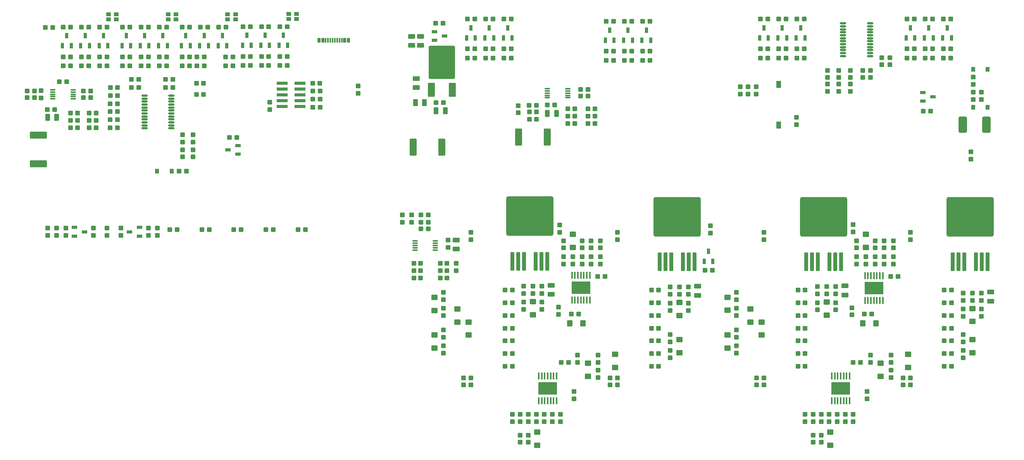
<source format=gbp>
G04*
G04 #@! TF.GenerationSoftware,Altium Limited,Altium Designer,24.3.1 (35)*
G04*
G04 Layer_Color=128*
%FSLAX25Y25*%
%MOIN*%
G70*
G04*
G04 #@! TF.SameCoordinates,03FD84D8-87D8-4BCB-B200-23DCDFDCD728*
G04*
G04*
G04 #@! TF.FilePolarity,Positive*
G04*
G01*
G75*
G04:AMPARAMS|DCode=19|XSize=39.37mil|YSize=37.4mil|CornerRadius=4.68mil|HoleSize=0mil|Usage=FLASHONLY|Rotation=270.000|XOffset=0mil|YOffset=0mil|HoleType=Round|Shape=RoundedRectangle|*
%AMROUNDEDRECTD19*
21,1,0.03937,0.02805,0,0,270.0*
21,1,0.03002,0.03740,0,0,270.0*
1,1,0.00935,-0.01403,-0.01501*
1,1,0.00935,-0.01403,0.01501*
1,1,0.00935,0.01403,0.01501*
1,1,0.00935,0.01403,-0.01501*
%
%ADD19ROUNDEDRECTD19*%
G04:AMPARAMS|DCode=20|XSize=39.37mil|YSize=39.37mil|CornerRadius=4.92mil|HoleSize=0mil|Usage=FLASHONLY|Rotation=90.000|XOffset=0mil|YOffset=0mil|HoleType=Round|Shape=RoundedRectangle|*
%AMROUNDEDRECTD20*
21,1,0.03937,0.02953,0,0,90.0*
21,1,0.02953,0.03937,0,0,90.0*
1,1,0.00984,0.01476,0.01476*
1,1,0.00984,0.01476,-0.01476*
1,1,0.00984,-0.01476,-0.01476*
1,1,0.00984,-0.01476,0.01476*
%
%ADD20ROUNDEDRECTD20*%
G04:AMPARAMS|DCode=24|XSize=39.37mil|YSize=39.37mil|CornerRadius=4.92mil|HoleSize=0mil|Usage=FLASHONLY|Rotation=0.000|XOffset=0mil|YOffset=0mil|HoleType=Round|Shape=RoundedRectangle|*
%AMROUNDEDRECTD24*
21,1,0.03937,0.02953,0,0,0.0*
21,1,0.02953,0.03937,0,0,0.0*
1,1,0.00984,0.01476,-0.01476*
1,1,0.00984,-0.01476,-0.01476*
1,1,0.00984,-0.01476,0.01476*
1,1,0.00984,0.01476,0.01476*
%
%ADD24ROUNDEDRECTD24*%
G04:AMPARAMS|DCode=25|XSize=57.09mil|YSize=43.31mil|CornerRadius=5.41mil|HoleSize=0mil|Usage=FLASHONLY|Rotation=0.000|XOffset=0mil|YOffset=0mil|HoleType=Round|Shape=RoundedRectangle|*
%AMROUNDEDRECTD25*
21,1,0.05709,0.03248,0,0,0.0*
21,1,0.04626,0.04331,0,0,0.0*
1,1,0.01083,0.02313,-0.01624*
1,1,0.01083,-0.02313,-0.01624*
1,1,0.01083,-0.02313,0.01624*
1,1,0.01083,0.02313,0.01624*
%
%ADD25ROUNDEDRECTD25*%
G04:AMPARAMS|DCode=30|XSize=39.37mil|YSize=37.4mil|CornerRadius=4.68mil|HoleSize=0mil|Usage=FLASHONLY|Rotation=180.000|XOffset=0mil|YOffset=0mil|HoleType=Round|Shape=RoundedRectangle|*
%AMROUNDEDRECTD30*
21,1,0.03937,0.02805,0,0,180.0*
21,1,0.03002,0.03740,0,0,180.0*
1,1,0.00935,-0.01501,0.01403*
1,1,0.00935,0.01501,0.01403*
1,1,0.00935,0.01501,-0.01403*
1,1,0.00935,-0.01501,-0.01403*
%
%ADD30ROUNDEDRECTD30*%
%ADD31R,0.04724X0.03150*%
G04:AMPARAMS|DCode=32|XSize=31.5mil|YSize=43.31mil|CornerRadius=3.94mil|HoleSize=0mil|Usage=FLASHONLY|Rotation=90.000|XOffset=0mil|YOffset=0mil|HoleType=Round|Shape=RoundedRectangle|*
%AMROUNDEDRECTD32*
21,1,0.03150,0.03543,0,0,90.0*
21,1,0.02362,0.04331,0,0,90.0*
1,1,0.00787,0.01772,0.01181*
1,1,0.00787,0.01772,-0.01181*
1,1,0.00787,-0.01772,-0.01181*
1,1,0.00787,-0.01772,0.01181*
%
%ADD32ROUNDEDRECTD32*%
G04:AMPARAMS|DCode=33|XSize=57.09mil|YSize=43.31mil|CornerRadius=5.41mil|HoleSize=0mil|Usage=FLASHONLY|Rotation=270.000|XOffset=0mil|YOffset=0mil|HoleType=Round|Shape=RoundedRectangle|*
%AMROUNDEDRECTD33*
21,1,0.05709,0.03248,0,0,270.0*
21,1,0.04626,0.04331,0,0,270.0*
1,1,0.01083,-0.01624,-0.02313*
1,1,0.01083,-0.01624,0.02313*
1,1,0.01083,0.01624,0.02313*
1,1,0.01083,0.01624,-0.02313*
%
%ADD33ROUNDEDRECTD33*%
G04:AMPARAMS|DCode=80|XSize=23.62mil|YSize=43.31mil|CornerRadius=5.91mil|HoleSize=0mil|Usage=FLASHONLY|Rotation=0.000|XOffset=0mil|YOffset=0mil|HoleType=Round|Shape=RoundedRectangle|*
%AMROUNDEDRECTD80*
21,1,0.02362,0.03150,0,0,0.0*
21,1,0.01181,0.04331,0,0,0.0*
1,1,0.01181,0.00591,-0.01575*
1,1,0.01181,-0.00591,-0.01575*
1,1,0.01181,-0.00591,0.01575*
1,1,0.01181,0.00591,0.01575*
%
%ADD80ROUNDEDRECTD80*%
G04:AMPARAMS|DCode=81|XSize=11.81mil|YSize=43.31mil|CornerRadius=2.95mil|HoleSize=0mil|Usage=FLASHONLY|Rotation=0.000|XOffset=0mil|YOffset=0mil|HoleType=Round|Shape=RoundedRectangle|*
%AMROUNDEDRECTD81*
21,1,0.01181,0.03740,0,0,0.0*
21,1,0.00591,0.04331,0,0,0.0*
1,1,0.00591,0.00295,-0.01870*
1,1,0.00591,-0.00295,-0.01870*
1,1,0.00591,-0.00295,0.01870*
1,1,0.00591,0.00295,0.01870*
%
%ADD81ROUNDEDRECTD81*%
%ADD82O,0.05315X0.01181*%
G04:AMPARAMS|DCode=83|XSize=53.15mil|YSize=49.21mil|CornerRadius=4.92mil|HoleSize=0mil|Usage=FLASHONLY|Rotation=90.000|XOffset=0mil|YOffset=0mil|HoleType=Round|Shape=RoundedRectangle|*
%AMROUNDEDRECTD83*
21,1,0.05315,0.03937,0,0,90.0*
21,1,0.04331,0.04921,0,0,90.0*
1,1,0.00984,0.01968,0.02165*
1,1,0.00984,0.01968,-0.02165*
1,1,0.00984,-0.01968,-0.02165*
1,1,0.00984,-0.01968,0.02165*
%
%ADD83ROUNDEDRECTD83*%
G04:AMPARAMS|DCode=84|XSize=53.15mil|YSize=49.21mil|CornerRadius=4.92mil|HoleSize=0mil|Usage=FLASHONLY|Rotation=180.000|XOffset=0mil|YOffset=0mil|HoleType=Round|Shape=RoundedRectangle|*
%AMROUNDEDRECTD84*
21,1,0.05315,0.03937,0,0,180.0*
21,1,0.04331,0.04921,0,0,180.0*
1,1,0.00984,-0.02165,0.01968*
1,1,0.00984,0.02165,0.01968*
1,1,0.00984,0.02165,-0.01968*
1,1,0.00984,-0.02165,-0.01968*
%
%ADD84ROUNDEDRECTD84*%
%ADD85R,0.01772X0.06004*%
%ADD86R,0.16142X0.10827*%
%ADD87R,0.03150X0.04724*%
G04:AMPARAMS|DCode=88|XSize=37.4mil|YSize=35.43mil|CornerRadius=2.66mil|HoleSize=0mil|Usage=FLASHONLY|Rotation=90.000|XOffset=0mil|YOffset=0mil|HoleType=Round|Shape=RoundedRectangle|*
%AMROUNDEDRECTD88*
21,1,0.03740,0.03012,0,0,90.0*
21,1,0.03209,0.03543,0,0,90.0*
1,1,0.00532,0.01506,0.01604*
1,1,0.00532,0.01506,-0.01604*
1,1,0.00532,-0.01506,-0.01604*
1,1,0.00532,-0.01506,0.01604*
%
%ADD88ROUNDEDRECTD88*%
%ADD89O,0.05512X0.01772*%
G04:AMPARAMS|DCode=90|XSize=145.67mil|YSize=59.06mil|CornerRadius=7.38mil|HoleSize=0mil|Usage=FLASHONLY|Rotation=180.000|XOffset=0mil|YOffset=0mil|HoleType=Round|Shape=RoundedRectangle|*
%AMROUNDEDRECTD90*
21,1,0.14567,0.04429,0,0,180.0*
21,1,0.13091,0.05906,0,0,180.0*
1,1,0.01476,-0.06545,0.02215*
1,1,0.01476,0.06545,0.02215*
1,1,0.01476,0.06545,-0.02215*
1,1,0.01476,-0.06545,-0.02215*
%
%ADD90ROUNDEDRECTD90*%
%ADD91R,0.09449X0.02992*%
%ADD92R,0.04331X0.05906*%
G04:AMPARAMS|DCode=93|XSize=145.67mil|YSize=59.06mil|CornerRadius=7.38mil|HoleSize=0mil|Usage=FLASHONLY|Rotation=90.000|XOffset=0mil|YOffset=0mil|HoleType=Round|Shape=RoundedRectangle|*
%AMROUNDEDRECTD93*
21,1,0.14567,0.04429,0,0,90.0*
21,1,0.13091,0.05906,0,0,90.0*
1,1,0.01476,0.02215,0.06545*
1,1,0.01476,0.02215,-0.06545*
1,1,0.01476,-0.02215,-0.06545*
1,1,0.01476,-0.02215,0.06545*
%
%ADD93ROUNDEDRECTD93*%
G04:AMPARAMS|DCode=94|XSize=137.8mil|YSize=70.08mil|CornerRadius=8.76mil|HoleSize=0mil|Usage=FLASHONLY|Rotation=90.000|XOffset=0mil|YOffset=0mil|HoleType=Round|Shape=RoundedRectangle|*
%AMROUNDEDRECTD94*
21,1,0.13780,0.05256,0,0,90.0*
21,1,0.12028,0.07008,0,0,90.0*
1,1,0.01752,0.02628,0.06014*
1,1,0.01752,0.02628,-0.06014*
1,1,0.01752,-0.02628,-0.06014*
1,1,0.01752,-0.02628,0.06014*
%
%ADD94ROUNDEDRECTD94*%
G04:AMPARAMS|DCode=95|XSize=405.51mil|YSize=342.52mil|CornerRadius=17.13mil|HoleSize=0mil|Usage=FLASHONLY|Rotation=0.000|XOffset=0mil|YOffset=0mil|HoleType=Round|Shape=RoundedRectangle|*
%AMROUNDEDRECTD95*
21,1,0.40551,0.30827,0,0,0.0*
21,1,0.37126,0.34252,0,0,0.0*
1,1,0.03425,0.18563,-0.15413*
1,1,0.03425,-0.18563,-0.15413*
1,1,0.03425,-0.18563,0.15413*
1,1,0.03425,0.18563,0.15413*
%
%ADD95ROUNDEDRECTD95*%
G04:AMPARAMS|DCode=96|XSize=33.47mil|YSize=161.42mil|CornerRadius=8.37mil|HoleSize=0mil|Usage=FLASHONLY|Rotation=0.000|XOffset=0mil|YOffset=0mil|HoleType=Round|Shape=RoundedRectangle|*
%AMROUNDEDRECTD96*
21,1,0.03347,0.14469,0,0,0.0*
21,1,0.01673,0.16142,0,0,0.0*
1,1,0.01673,0.00837,-0.07234*
1,1,0.01673,-0.00837,-0.07234*
1,1,0.01673,-0.00837,0.07234*
1,1,0.01673,0.00837,0.07234*
%
%ADD96ROUNDEDRECTD96*%
G04:AMPARAMS|DCode=97|XSize=228.35mil|YSize=283.47mil|CornerRadius=11.42mil|HoleSize=0mil|Usage=FLASHONLY|Rotation=0.000|XOffset=0mil|YOffset=0mil|HoleType=Round|Shape=RoundedRectangle|*
%AMROUNDEDRECTD97*
21,1,0.22835,0.26063,0,0,0.0*
21,1,0.20551,0.28347,0,0,0.0*
1,1,0.02284,0.10276,-0.13031*
1,1,0.02284,-0.10276,-0.13031*
1,1,0.02284,-0.10276,0.13031*
1,1,0.02284,0.10276,0.13031*
%
%ADD97ROUNDEDRECTD97*%
G04:AMPARAMS|DCode=98|XSize=62.99mil|YSize=118.11mil|CornerRadius=7.87mil|HoleSize=0mil|Usage=FLASHONLY|Rotation=0.000|XOffset=0mil|YOffset=0mil|HoleType=Round|Shape=RoundedRectangle|*
%AMROUNDEDRECTD98*
21,1,0.06299,0.10236,0,0,0.0*
21,1,0.04724,0.11811,0,0,0.0*
1,1,0.01575,0.02362,-0.05118*
1,1,0.01575,-0.02362,-0.05118*
1,1,0.01575,-0.02362,0.05118*
1,1,0.01575,0.02362,0.05118*
%
%ADD98ROUNDEDRECTD98*%
D19*
X771654Y61024D02*
D03*
X765354D02*
D03*
X771654Y66929D02*
D03*
X765354D02*
D03*
X645669Y61024D02*
D03*
X639370D02*
D03*
X645669Y66929D02*
D03*
X639370D02*
D03*
X387402Y61024D02*
D03*
X393701D02*
D03*
X387402Y66929D02*
D03*
X393701D02*
D03*
X513386Y61024D02*
D03*
X519685D02*
D03*
X513386Y66929D02*
D03*
X519685D02*
D03*
X429134Y77112D02*
D03*
X422835D02*
D03*
X429134Y88029D02*
D03*
X422835D02*
D03*
X422835Y98945D02*
D03*
X429134D02*
D03*
X429134Y109862D02*
D03*
X422835D02*
D03*
X429134Y120778D02*
D03*
X422835D02*
D03*
X422835Y131694D02*
D03*
X429134D02*
D03*
Y142611D02*
D03*
X422835D02*
D03*
X555118Y77112D02*
D03*
X548819D02*
D03*
X555118Y88029D02*
D03*
X548819D02*
D03*
X548819Y98945D02*
D03*
X555118D02*
D03*
X555118Y109862D02*
D03*
X548819D02*
D03*
X555118Y120778D02*
D03*
X548819D02*
D03*
X548819Y131694D02*
D03*
X555118D02*
D03*
Y142611D02*
D03*
X548819D02*
D03*
X674803Y77112D02*
D03*
X681102D02*
D03*
X674803Y88029D02*
D03*
X681102D02*
D03*
X674803Y98945D02*
D03*
X681102D02*
D03*
X674803Y109862D02*
D03*
X681102D02*
D03*
X674803Y120778D02*
D03*
X681102D02*
D03*
Y131694D02*
D03*
X674803D02*
D03*
Y142611D02*
D03*
X681102D02*
D03*
X800787Y77112D02*
D03*
X807087D02*
D03*
X800787Y88029D02*
D03*
X807087Y88029D02*
D03*
X800787Y98945D02*
D03*
X807087D02*
D03*
X800787Y109862D02*
D03*
X807087D02*
D03*
X800787Y120778D02*
D03*
X807087D02*
D03*
X807087Y131694D02*
D03*
X800787D02*
D03*
X800787Y142611D02*
D03*
X807087Y142611D02*
D03*
X131890Y335630D02*
D03*
X125591D02*
D03*
X116142D02*
D03*
X109843D02*
D03*
X100394D02*
D03*
X94095D02*
D03*
Y343504D02*
D03*
X100394D02*
D03*
X109843D02*
D03*
X116142D02*
D03*
X125591D02*
D03*
X131890D02*
D03*
X164370Y335630D02*
D03*
X158071D02*
D03*
Y343504D02*
D03*
X164370D02*
D03*
X145276Y343504D02*
D03*
X151575Y343504D02*
D03*
X151575Y335630D02*
D03*
X145276Y335630D02*
D03*
X64961Y335630D02*
D03*
X58661D02*
D03*
X80709D02*
D03*
X74409D02*
D03*
Y343504D02*
D03*
X80709D02*
D03*
X58661D02*
D03*
X64961D02*
D03*
X83268Y282480D02*
D03*
X89567D02*
D03*
Y289370D02*
D03*
X83268D02*
D03*
Y296260D02*
D03*
X89567D02*
D03*
X83268Y303150D02*
D03*
X89567D02*
D03*
X83465Y310039D02*
D03*
X89764D02*
D03*
Y316929D02*
D03*
X83465D02*
D03*
X60236Y308268D02*
D03*
X66535D02*
D03*
X60236Y314173D02*
D03*
X66535D02*
D03*
X134646Y194882D02*
D03*
X140945D02*
D03*
X244882D02*
D03*
X251181D02*
D03*
X217323D02*
D03*
X223622D02*
D03*
X189764D02*
D03*
X196063D02*
D03*
X162205D02*
D03*
X168504D02*
D03*
X148819Y245079D02*
D03*
X142520D02*
D03*
X18307Y308268D02*
D03*
X12008D02*
D03*
X18307Y314173D02*
D03*
X12008D02*
D03*
X49213Y335630D02*
D03*
X42913D02*
D03*
Y343504D02*
D03*
X49213D02*
D03*
X137402Y324016D02*
D03*
X131102D02*
D03*
X130905Y316929D02*
D03*
X137205D02*
D03*
X163779Y311024D02*
D03*
X157480D02*
D03*
X163779Y320866D02*
D03*
X157480D02*
D03*
X204012Y369445D02*
D03*
X197713D02*
D03*
X219760D02*
D03*
X213461D02*
D03*
X235508D02*
D03*
X229209D02*
D03*
X145276Y369094D02*
D03*
X151575D02*
D03*
X183071D02*
D03*
X176772D02*
D03*
X167323D02*
D03*
X161024D02*
D03*
X131890D02*
D03*
X125591D02*
D03*
X116142D02*
D03*
X109843D02*
D03*
X100394D02*
D03*
X94095D02*
D03*
X33858Y368898D02*
D03*
X27559D02*
D03*
X42913Y369094D02*
D03*
X49213D02*
D03*
X64961D02*
D03*
X58661D02*
D03*
X80709D02*
D03*
X74409D02*
D03*
X204012Y335980D02*
D03*
X197713D02*
D03*
X188976Y335630D02*
D03*
X182677D02*
D03*
Y343504D02*
D03*
X188976D02*
D03*
X197713Y343854D02*
D03*
X204012D02*
D03*
X219760Y335980D02*
D03*
X213461D02*
D03*
Y343854D02*
D03*
X219760D02*
D03*
X229209D02*
D03*
X235508D02*
D03*
Y335980D02*
D03*
X229209D02*
D03*
X263835Y300170D02*
D03*
X257535Y300170D02*
D03*
X257535Y307130D02*
D03*
X263835D02*
D03*
X263835Y314089D02*
D03*
X257535Y314089D02*
D03*
X257480Y320866D02*
D03*
X263780D02*
D03*
X774803Y342520D02*
D03*
X768504D02*
D03*
Y350394D02*
D03*
X774803D02*
D03*
X790551Y342520D02*
D03*
X784252D02*
D03*
Y350394D02*
D03*
X790551D02*
D03*
X800000D02*
D03*
X806299D02*
D03*
Y342520D02*
D03*
X800000D02*
D03*
X674016Y350394D02*
D03*
X680315D02*
D03*
Y342520D02*
D03*
X674016Y342520D02*
D03*
X664567D02*
D03*
X658268Y342520D02*
D03*
Y350394D02*
D03*
X664567D02*
D03*
X642520D02*
D03*
X648819D02*
D03*
Y342520D02*
D03*
X642520D02*
D03*
X406301Y342519D02*
D03*
X412601D02*
D03*
X390553D02*
D03*
X396852D02*
D03*
X396852Y350394D02*
D03*
X390553D02*
D03*
X412601D02*
D03*
X406301D02*
D03*
X428349D02*
D03*
X422049D02*
D03*
Y342519D02*
D03*
X428349Y342519D02*
D03*
X541366Y348425D02*
D03*
X547665Y348425D02*
D03*
Y340551D02*
D03*
X541366D02*
D03*
X531917D02*
D03*
X525618D02*
D03*
Y348425D02*
D03*
X531917D02*
D03*
X509870D02*
D03*
X516169Y348425D02*
D03*
Y340551D02*
D03*
X509870D02*
D03*
X494291Y315551D02*
D03*
X487992D02*
D03*
X494291Y309646D02*
D03*
X487992D02*
D03*
X390553Y375984D02*
D03*
X396852D02*
D03*
X412601D02*
D03*
X406301D02*
D03*
X428349D02*
D03*
X422049D02*
D03*
X516169Y374016D02*
D03*
X509870D02*
D03*
X525618D02*
D03*
X531917D02*
D03*
X541366D02*
D03*
X547665D02*
D03*
X648819Y375984D02*
D03*
X642520D02*
D03*
X658268D02*
D03*
X664567D02*
D03*
X674016D02*
D03*
X680315D02*
D03*
X784252Y375984D02*
D03*
X790551D02*
D03*
X774803D02*
D03*
X768504D02*
D03*
X800000D02*
D03*
X806299D02*
D03*
X39567Y322047D02*
D03*
X45866D02*
D03*
D20*
X350787Y195276D02*
D03*
X357087Y195276D02*
D03*
X761024Y154528D02*
D03*
X754724Y154527D02*
D03*
X502756Y154528D02*
D03*
X509055D02*
D03*
X486417Y122047D02*
D03*
X480118D02*
D03*
X477559Y80315D02*
D03*
X471260D02*
D03*
X722441D02*
D03*
X728740D02*
D03*
X732087Y122047D02*
D03*
X738386D02*
D03*
X594882Y159843D02*
D03*
X601181D02*
D03*
X101575Y316929D02*
D03*
X107874D02*
D03*
X101575Y324016D02*
D03*
X107874D02*
D03*
X192126Y274016D02*
D03*
X185827D02*
D03*
X29331Y298228D02*
D03*
X35630D02*
D03*
X459252Y301969D02*
D03*
X465551D02*
D03*
X450000Y301698D02*
D03*
X443701D02*
D03*
X363583Y304134D02*
D03*
X369882Y304134D02*
D03*
X782677Y296850D02*
D03*
X788976D02*
D03*
X363386Y372441D02*
D03*
X369685D02*
D03*
D24*
X374016Y185827D02*
D03*
Y179528D02*
D03*
X497047Y178937D02*
D03*
Y185236D02*
D03*
X749016Y185236D02*
D03*
Y178937D02*
D03*
X468898Y127953D02*
D03*
Y121653D02*
D03*
X485236Y86811D02*
D03*
Y80512D02*
D03*
X482283Y55315D02*
D03*
Y49016D02*
D03*
X734252D02*
D03*
Y55315D02*
D03*
X737205Y80315D02*
D03*
Y86614D02*
D03*
X438976Y125984D02*
D03*
Y132283D02*
D03*
X454724Y125984D02*
D03*
Y132283D02*
D03*
X564961Y125197D02*
D03*
Y131496D02*
D03*
X580709Y125197D02*
D03*
Y131496D02*
D03*
X691693Y131890D02*
D03*
Y125591D02*
D03*
X707441Y131890D02*
D03*
Y125591D02*
D03*
X721260Y121260D02*
D03*
Y127559D02*
D03*
X393701Y192520D02*
D03*
Y186221D02*
D03*
X470079Y198819D02*
D03*
Y192520D02*
D03*
X519685Y192520D02*
D03*
Y186221D02*
D03*
X599606Y198031D02*
D03*
Y191732D02*
D03*
X645669Y186221D02*
D03*
Y192520D02*
D03*
X816929Y120079D02*
D03*
Y126378D02*
D03*
X832677Y120079D02*
D03*
Y126378D02*
D03*
X722441Y192717D02*
D03*
Y199016D02*
D03*
X771654Y192520D02*
D03*
Y186221D02*
D03*
X24016Y308071D02*
D03*
Y314370D02*
D03*
X220472Y298031D02*
D03*
X220472Y304331D02*
D03*
X296457Y312205D02*
D03*
Y318504D02*
D03*
X730709Y325590D02*
D03*
Y331890D02*
D03*
X737402Y325590D02*
D03*
Y331890D02*
D03*
X639013Y311381D02*
D03*
X639013Y317680D02*
D03*
X687992Y17913D02*
D03*
Y11614D02*
D03*
X823622Y255512D02*
D03*
Y261811D02*
D03*
X436024Y17913D02*
D03*
Y11614D02*
D03*
D25*
X381102Y177953D02*
D03*
Y185827D02*
D03*
X462598Y138976D02*
D03*
Y146850D02*
D03*
X588582Y138189D02*
D03*
Y146063D02*
D03*
X715315Y146456D02*
D03*
Y138582D02*
D03*
X840551Y133071D02*
D03*
Y140945D02*
D03*
X346457Y316929D02*
D03*
Y324803D02*
D03*
X342520Y361221D02*
D03*
Y353346D02*
D03*
X350394Y361221D02*
D03*
Y353346D02*
D03*
D30*
X725394Y178937D02*
D03*
Y185236D02*
D03*
X350394Y153150D02*
D03*
X350394Y159449D02*
D03*
Y165748D02*
D03*
Y159449D02*
D03*
X344488D02*
D03*
Y165748D02*
D03*
Y153150D02*
D03*
Y159449D02*
D03*
X367126D02*
D03*
Y165748D02*
D03*
Y153150D02*
D03*
Y159449D02*
D03*
X373031Y153150D02*
D03*
Y159449D02*
D03*
Y165748D02*
D03*
Y159449D02*
D03*
X381102Y165748D02*
D03*
Y159449D02*
D03*
X334646Y201181D02*
D03*
X334646Y207480D02*
D03*
X342520Y201181D02*
D03*
X342520Y207480D02*
D03*
X350787Y207480D02*
D03*
Y201181D02*
D03*
X357087Y207480D02*
D03*
Y201181D02*
D03*
X504921Y171457D02*
D03*
Y165157D02*
D03*
X497047Y165157D02*
D03*
Y171457D02*
D03*
X489173Y165157D02*
D03*
X489173Y171457D02*
D03*
X481299D02*
D03*
Y165157D02*
D03*
X733268D02*
D03*
Y171457D02*
D03*
X741142D02*
D03*
Y165157D02*
D03*
X749016Y171457D02*
D03*
Y165157D02*
D03*
X756890D02*
D03*
Y171457D02*
D03*
X473425D02*
D03*
Y165157D02*
D03*
X725394D02*
D03*
Y171457D02*
D03*
X489173Y178937D02*
D03*
Y185236D02*
D03*
X504921Y178937D02*
D03*
Y185236D02*
D03*
X741142Y185236D02*
D03*
Y178937D02*
D03*
X756890Y185236D02*
D03*
Y178937D02*
D03*
X502984Y67323D02*
D03*
Y73622D02*
D03*
Y80315D02*
D03*
Y86614D02*
D03*
X754953Y73622D02*
D03*
Y67323D02*
D03*
Y86614D02*
D03*
Y80315D02*
D03*
X622047Y94685D02*
D03*
Y88386D02*
D03*
Y108465D02*
D03*
Y102165D02*
D03*
X622056Y127136D02*
D03*
Y120837D02*
D03*
X622047Y140748D02*
D03*
Y134449D02*
D03*
X564961Y90748D02*
D03*
Y84449D02*
D03*
Y104528D02*
D03*
Y98228D02*
D03*
X370079Y88386D02*
D03*
Y94685D02*
D03*
Y102165D02*
D03*
Y108465D02*
D03*
Y120669D02*
D03*
Y126969D02*
D03*
Y134449D02*
D03*
Y140748D02*
D03*
X438976Y139764D02*
D03*
Y146063D02*
D03*
X446850Y139764D02*
D03*
Y146063D02*
D03*
X454724Y139764D02*
D03*
Y146063D02*
D03*
X564961Y138976D02*
D03*
Y145276D02*
D03*
X572835Y138976D02*
D03*
Y145276D02*
D03*
X580709Y138976D02*
D03*
Y145276D02*
D03*
X691693Y145669D02*
D03*
Y139370D02*
D03*
X699567Y145669D02*
D03*
Y139370D02*
D03*
X707441Y145669D02*
D03*
Y139370D02*
D03*
X816929Y98228D02*
D03*
Y104528D02*
D03*
Y84449D02*
D03*
Y90748D02*
D03*
Y133858D02*
D03*
Y140157D02*
D03*
X824803Y133858D02*
D03*
Y140157D02*
D03*
X832677Y133858D02*
D03*
Y140157D02*
D03*
X29528Y196063D02*
D03*
Y189764D02*
D03*
X37402Y196063D02*
D03*
Y189764D02*
D03*
X45276Y196063D02*
D03*
Y189764D02*
D03*
X68898Y196063D02*
D03*
X68898Y189764D02*
D03*
X80709Y196063D02*
D03*
Y189764D02*
D03*
X92520Y196063D02*
D03*
Y189764D02*
D03*
X116142Y196063D02*
D03*
Y189764D02*
D03*
X124016D02*
D03*
Y196063D02*
D03*
X145669Y270079D02*
D03*
X145669Y276378D02*
D03*
Y257283D02*
D03*
Y263583D02*
D03*
X154528Y257283D02*
D03*
Y263583D02*
D03*
Y270079D02*
D03*
Y276378D02*
D03*
X65354Y288779D02*
D03*
Y282480D02*
D03*
X71260Y288779D02*
D03*
Y282480D02*
D03*
Y288779D02*
D03*
Y295079D02*
D03*
X65354D02*
D03*
Y288779D02*
D03*
X49409Y295079D02*
D03*
Y288779D02*
D03*
X55315D02*
D03*
Y295079D02*
D03*
Y288779D02*
D03*
Y282480D02*
D03*
X49409Y288779D02*
D03*
Y282480D02*
D03*
X443898Y295989D02*
D03*
Y289690D02*
D03*
X449803Y295989D02*
D03*
Y289690D02*
D03*
X434252Y301575D02*
D03*
Y295276D02*
D03*
X482874Y298819D02*
D03*
X482874Y292520D02*
D03*
X476968Y298819D02*
D03*
Y292520D02*
D03*
X476968Y286221D02*
D03*
X476968Y292520D02*
D03*
X482874D02*
D03*
Y286221D02*
D03*
X500197Y286221D02*
D03*
Y292520D02*
D03*
X494291Y292520D02*
D03*
X494291Y286221D02*
D03*
Y292520D02*
D03*
Y298819D02*
D03*
X500197Y292520D02*
D03*
X500197Y298819D02*
D03*
X700197Y320079D02*
D03*
Y313779D02*
D03*
X710039Y320079D02*
D03*
Y313779D02*
D03*
X719882Y320079D02*
D03*
Y313779D02*
D03*
X700197Y331890D02*
D03*
X700197Y325590D02*
D03*
X710039Y331890D02*
D03*
Y325590D02*
D03*
X719882D02*
D03*
Y331890D02*
D03*
X825787Y306890D02*
D03*
Y313189D02*
D03*
X832677D02*
D03*
Y306890D02*
D03*
X825787Y326181D02*
D03*
Y319882D02*
D03*
X747047Y336614D02*
D03*
Y342913D02*
D03*
X753937Y336614D02*
D03*
Y342913D02*
D03*
X625197Y311417D02*
D03*
X625197Y317717D02*
D03*
X632053Y311381D02*
D03*
Y317680D02*
D03*
X673622Y291339D02*
D03*
Y285039D02*
D03*
X687992Y29331D02*
D03*
Y35630D02*
D03*
X701772Y29331D02*
D03*
Y35630D02*
D03*
X694882Y29331D02*
D03*
Y35630D02*
D03*
Y11614D02*
D03*
Y17913D02*
D03*
X715551Y35630D02*
D03*
Y29331D02*
D03*
X708661Y35630D02*
D03*
X708661Y29331D02*
D03*
X681102Y35630D02*
D03*
Y29331D02*
D03*
X722441Y35630D02*
D03*
Y29331D02*
D03*
X473425Y178937D02*
D03*
Y185236D02*
D03*
X456693Y35630D02*
D03*
Y29331D02*
D03*
X442913Y11614D02*
D03*
Y17913D02*
D03*
X463583Y35630D02*
D03*
Y29331D02*
D03*
X449803D02*
D03*
Y35630D02*
D03*
X429134D02*
D03*
Y29331D02*
D03*
X470472Y35630D02*
D03*
Y29331D02*
D03*
X436024D02*
D03*
Y35630D02*
D03*
X442913Y29331D02*
D03*
Y35630D02*
D03*
D31*
X52756Y189173D02*
D03*
X52756Y196653D02*
D03*
X61417Y192913D02*
D03*
X108661Y196653D02*
D03*
Y189173D02*
D03*
X100000Y192913D02*
D03*
X184646Y263386D02*
D03*
X193307Y259646D02*
D03*
Y267126D02*
D03*
X782283Y305315D02*
D03*
Y312795D02*
D03*
X790945Y309055D02*
D03*
X370866Y361417D02*
D03*
X362205Y365158D02*
D03*
Y357677D02*
D03*
D32*
X88779Y375787D02*
D03*
Y380118D02*
D03*
X82087Y375787D02*
D03*
Y380118D02*
D03*
X139961Y375787D02*
D03*
Y380118D02*
D03*
X133268Y375787D02*
D03*
Y380118D02*
D03*
X191142Y375787D02*
D03*
Y380118D02*
D03*
X184449Y375787D02*
D03*
Y380118D02*
D03*
X243579Y376138D02*
D03*
Y380469D02*
D03*
X236886Y376138D02*
D03*
Y380469D02*
D03*
D33*
X29528Y291339D02*
D03*
X37402D02*
D03*
X467323Y294882D02*
D03*
X459449D02*
D03*
X371457Y297244D02*
D03*
X363583D02*
D03*
X345866Y304134D02*
D03*
X353740D02*
D03*
D80*
X262992Y357677D02*
D03*
X266142D02*
D03*
X285039D02*
D03*
X288189D02*
D03*
D81*
X268701D02*
D03*
X270669D02*
D03*
X272638D02*
D03*
X274606D02*
D03*
X276575D02*
D03*
X278543D02*
D03*
X280512D02*
D03*
X282480D02*
D03*
D82*
X345571Y177165D02*
D03*
X345571Y179134D02*
D03*
X345571Y181102D02*
D03*
Y183071D02*
D03*
X345571Y185039D02*
D03*
X363091Y177165D02*
D03*
Y179134D02*
D03*
X363091Y181102D02*
D03*
Y183071D02*
D03*
Y185039D02*
D03*
X33957Y307283D02*
D03*
Y309252D02*
D03*
Y311221D02*
D03*
Y313189D02*
D03*
Y315158D02*
D03*
X51476Y307283D02*
D03*
X51476Y309252D02*
D03*
Y311221D02*
D03*
X51476Y313189D02*
D03*
Y315158D02*
D03*
X459350Y308268D02*
D03*
Y310236D02*
D03*
Y312205D02*
D03*
Y314173D02*
D03*
Y316142D02*
D03*
X476870Y308268D02*
D03*
X476870Y310236D02*
D03*
Y312205D02*
D03*
X476870Y314173D02*
D03*
Y316142D02*
D03*
D83*
X489862Y114173D02*
D03*
X478642D02*
D03*
X730610D02*
D03*
X741831D02*
D03*
D84*
X517717Y87303D02*
D03*
Y76083D02*
D03*
X494126Y79724D02*
D03*
Y68504D02*
D03*
X769685Y76083D02*
D03*
Y87303D02*
D03*
X746095Y79724D02*
D03*
Y68504D02*
D03*
X614182Y125266D02*
D03*
Y136486D02*
D03*
X614173Y92815D02*
D03*
Y104035D02*
D03*
X643701Y115157D02*
D03*
Y103937D02*
D03*
X633858Y115157D02*
D03*
Y126378D02*
D03*
X572835Y88878D02*
D03*
Y100098D02*
D03*
X362205Y136319D02*
D03*
Y125098D02*
D03*
Y104035D02*
D03*
Y92815D02*
D03*
X381890Y126378D02*
D03*
Y115157D02*
D03*
X391732Y103937D02*
D03*
Y115157D02*
D03*
X446850Y132776D02*
D03*
Y121555D02*
D03*
X572835Y131988D02*
D03*
Y120768D02*
D03*
X699567Y121161D02*
D03*
Y132382D02*
D03*
X824803Y126870D02*
D03*
Y115650D02*
D03*
X824803Y100098D02*
D03*
Y88878D02*
D03*
X702756Y20374D02*
D03*
Y9154D02*
D03*
X481299Y179429D02*
D03*
Y190650D02*
D03*
X450787Y20374D02*
D03*
Y9154D02*
D03*
X733268Y190650D02*
D03*
Y179429D02*
D03*
D85*
X467323Y47394D02*
D03*
X464764D02*
D03*
X462205D02*
D03*
X459646D02*
D03*
X457087D02*
D03*
X454528D02*
D03*
X451968D02*
D03*
Y68748D02*
D03*
X454528D02*
D03*
X457087D02*
D03*
X459646D02*
D03*
X462205D02*
D03*
X464764D02*
D03*
X467323D02*
D03*
X719291Y47394D02*
D03*
X716732D02*
D03*
X714173D02*
D03*
X711614D02*
D03*
X709055D02*
D03*
X706496D02*
D03*
X703937D02*
D03*
Y68748D02*
D03*
X706496D02*
D03*
X709055D02*
D03*
X711614D02*
D03*
X714173D02*
D03*
X716732D02*
D03*
X719291D02*
D03*
X732480Y133858D02*
D03*
X735039D02*
D03*
X737598D02*
D03*
X740158D02*
D03*
X742717D02*
D03*
X745276D02*
D03*
X747835D02*
D03*
Y155213D02*
D03*
X745276D02*
D03*
X742717D02*
D03*
X740158D02*
D03*
X737598D02*
D03*
X735039D02*
D03*
X732480D02*
D03*
X480512Y134008D02*
D03*
X483071D02*
D03*
X485630D02*
D03*
X488189D02*
D03*
X490748D02*
D03*
X493307D02*
D03*
X495866D02*
D03*
Y155362D02*
D03*
X493307D02*
D03*
X490748D02*
D03*
X488189D02*
D03*
X485630D02*
D03*
X483071D02*
D03*
X480512D02*
D03*
D86*
X459646Y58071D02*
D03*
X711614D02*
D03*
X740158Y144535D02*
D03*
X488189Y144685D02*
D03*
D87*
X601772Y167323D02*
D03*
X594291D02*
D03*
X598032Y175984D02*
D03*
X49803Y352953D02*
D03*
X42323D02*
D03*
X46063Y361614D02*
D03*
X65551Y352953D02*
D03*
X58071D02*
D03*
X61811Y361614D02*
D03*
X81299Y352953D02*
D03*
X73819D02*
D03*
X77559Y361614D02*
D03*
X100984Y352953D02*
D03*
X93504D02*
D03*
X97244Y361614D02*
D03*
X116732Y352953D02*
D03*
X109252D02*
D03*
X112992Y361614D02*
D03*
X132480Y352953D02*
D03*
X125000D02*
D03*
X128740Y361614D02*
D03*
X152165Y352953D02*
D03*
X144685D02*
D03*
X148425Y361614D02*
D03*
X167913Y352953D02*
D03*
X160433D02*
D03*
X164173Y361614D02*
D03*
X183661Y352953D02*
D03*
X176181D02*
D03*
X179921Y361614D02*
D03*
X204602Y353303D02*
D03*
X197122D02*
D03*
X200862Y361965D02*
D03*
X220350Y353303D02*
D03*
X212870D02*
D03*
X216610Y361965D02*
D03*
X236098Y353303D02*
D03*
X228618D02*
D03*
X232358Y361965D02*
D03*
X425199Y368504D02*
D03*
X421459Y359842D02*
D03*
X428939D02*
D03*
X409451Y368504D02*
D03*
X405711Y359842D02*
D03*
X413191D02*
D03*
X393703Y368504D02*
D03*
X389963Y359842D02*
D03*
X397443D02*
D03*
X548255Y357874D02*
D03*
X540775D02*
D03*
X544515Y366535D02*
D03*
X532508Y357874D02*
D03*
X525027Y357874D02*
D03*
X528767Y366535D02*
D03*
X516759Y357874D02*
D03*
X509279D02*
D03*
X513019Y366535D02*
D03*
X806890Y359842D02*
D03*
X799409D02*
D03*
X803150Y368504D02*
D03*
X791142Y359842D02*
D03*
X783661D02*
D03*
X787402Y368504D02*
D03*
X775394Y359842D02*
D03*
X767913D02*
D03*
X771654Y368504D02*
D03*
X680905Y359842D02*
D03*
X673425D02*
D03*
X677165Y368504D02*
D03*
X665158Y359842D02*
D03*
X657677D02*
D03*
X661417Y368504D02*
D03*
X649409Y359842D02*
D03*
X641929D02*
D03*
X645669Y368504D02*
D03*
D88*
X136122Y245079D02*
D03*
X123721D02*
D03*
X825492Y332677D02*
D03*
X837894D02*
D03*
X825492Y300197D02*
D03*
X837894D02*
D03*
D89*
X112795Y281988D02*
D03*
Y284547D02*
D03*
Y287106D02*
D03*
Y289665D02*
D03*
Y292224D02*
D03*
Y294783D02*
D03*
Y297342D02*
D03*
Y299902D02*
D03*
Y302461D02*
D03*
Y305020D02*
D03*
Y307579D02*
D03*
Y310138D02*
D03*
X136024Y281988D02*
D03*
Y284547D02*
D03*
Y287106D02*
D03*
Y289665D02*
D03*
Y292224D02*
D03*
Y294783D02*
D03*
Y297342D02*
D03*
Y299902D02*
D03*
Y302461D02*
D03*
Y305020D02*
D03*
Y307579D02*
D03*
Y310138D02*
D03*
X713779Y344193D02*
D03*
Y346752D02*
D03*
Y349311D02*
D03*
Y351870D02*
D03*
Y354429D02*
D03*
Y356988D02*
D03*
Y359547D02*
D03*
Y362106D02*
D03*
Y364665D02*
D03*
Y367224D02*
D03*
Y369783D02*
D03*
Y372342D02*
D03*
X737008Y344193D02*
D03*
Y346752D02*
D03*
Y349311D02*
D03*
Y351870D02*
D03*
Y354429D02*
D03*
Y356988D02*
D03*
Y359547D02*
D03*
Y362106D02*
D03*
Y364665D02*
D03*
Y367224D02*
D03*
Y369783D02*
D03*
Y372342D02*
D03*
D90*
X21654Y276083D02*
D03*
Y251476D02*
D03*
D91*
X246787Y320609D02*
D03*
X231433Y320609D02*
D03*
X246787Y315609D02*
D03*
X231433Y315609D02*
D03*
X246787Y310609D02*
D03*
X231433Y310609D02*
D03*
X246787Y305609D02*
D03*
X231433D02*
D03*
X246787Y300609D02*
D03*
X231433D02*
D03*
D92*
X658268Y319882D02*
D03*
Y284842D02*
D03*
D93*
X459154Y274410D02*
D03*
X434547D02*
D03*
X343996Y265748D02*
D03*
X368602D02*
D03*
D94*
X837008Y285056D02*
D03*
X816535Y285039D02*
D03*
D95*
X822835Y205906D02*
D03*
X696850Y205906D02*
D03*
X570866D02*
D03*
X444134Y206299D02*
D03*
D96*
X807835Y166929D02*
D03*
X812835D02*
D03*
X817835D02*
D03*
X827835D02*
D03*
X832835D02*
D03*
X837835D02*
D03*
X681850Y166929D02*
D03*
X686850D02*
D03*
X691850D02*
D03*
X701850D02*
D03*
X706850D02*
D03*
X711850D02*
D03*
X555866D02*
D03*
X560866D02*
D03*
X565866D02*
D03*
X575866D02*
D03*
X580866D02*
D03*
X585866D02*
D03*
X459134Y167323D02*
D03*
X454134D02*
D03*
X449134D02*
D03*
X439134D02*
D03*
X434134D02*
D03*
X429134D02*
D03*
D97*
X368661Y338779D02*
D03*
D98*
X359646Y314961D02*
D03*
X377677D02*
D03*
M02*

</source>
